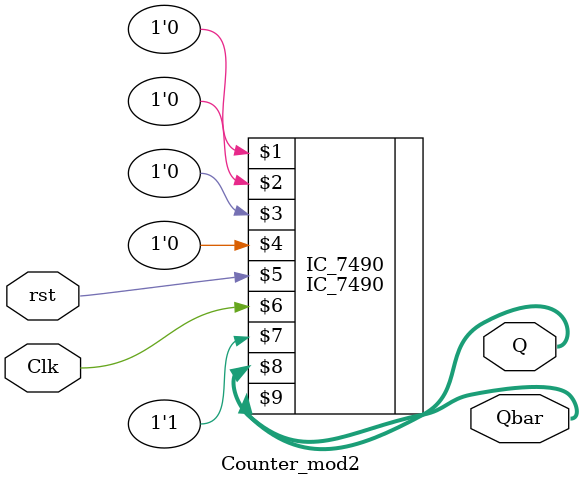
<source format=v>
module Counter_mod2(input rst,Clk,
                    output [3:0] Q,Qbar);
					
					
	IC_7490 IC_7490(1'b0,1'b0,1'b0,1'b0,rst,Clk,1'b1,Q,Qbar);
	
endmodule
    
</source>
